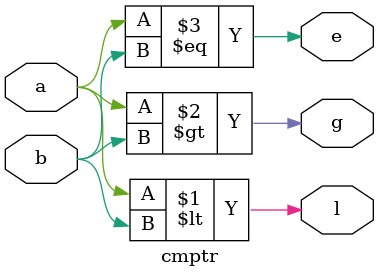
<source format=sv>
module cmptr(a,b,l,g,e);
  input a,b;
  output l,g,e;
  assign l = a<b;
  assign g = a>b;
  assign e = (a==b);
  
endmodule

</source>
